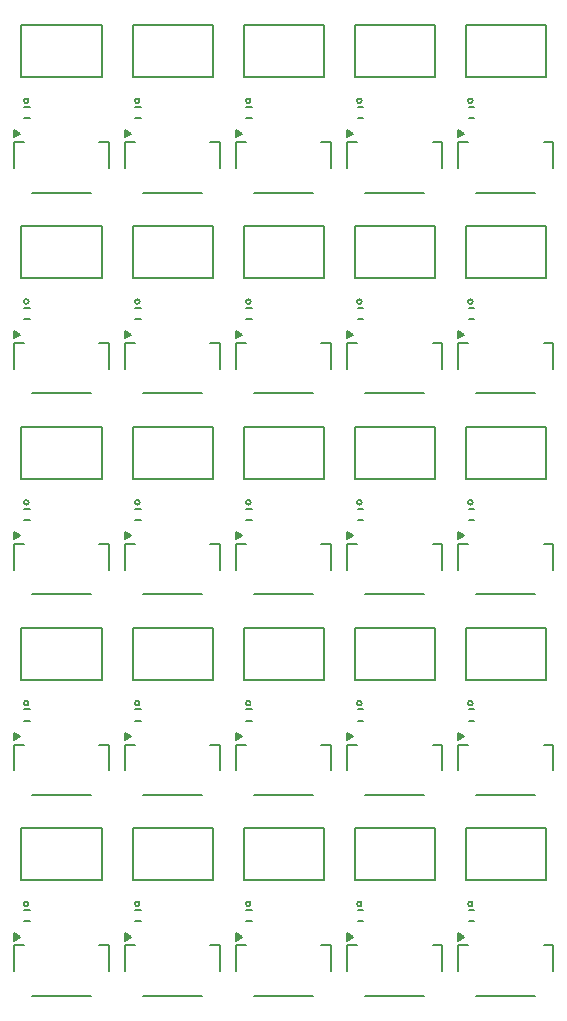
<source format=gbr>
G04 #@! TF.FileFunction,Legend,Top*
%FSLAX46Y46*%
G04 Gerber Fmt 4.6, Leading zero omitted, Abs format (unit mm)*
G04 Created by KiCad (PCBNEW 4.0.2+dfsg1-stable) date Mi 03 Jan 2018 18:02:16 CET*
%MOMM*%
G01*
G04 APERTURE LIST*
%ADD10C,0.100000*%
%ADD11C,0.203200*%
%ADD12C,0.150000*%
G04 APERTURE END LIST*
D10*
D11*
X139600000Y-125300000D02*
G75*
G03X139600000Y-125300000I-200000J0D01*
G01*
X139000000Y-123300000D02*
X145800000Y-123300000D01*
X145800000Y-123300000D02*
X145800000Y-118900000D01*
X145800000Y-118900000D02*
X139000000Y-118900000D01*
X139000000Y-118900000D02*
X139000000Y-123300000D01*
X130200000Y-125300000D02*
G75*
G03X130200000Y-125300000I-200000J0D01*
G01*
X129600000Y-123300000D02*
X136400000Y-123300000D01*
X136400000Y-123300000D02*
X136400000Y-118900000D01*
X136400000Y-118900000D02*
X129600000Y-118900000D01*
X129600000Y-118900000D02*
X129600000Y-123300000D01*
X120800000Y-125300000D02*
G75*
G03X120800000Y-125300000I-200000J0D01*
G01*
X120200000Y-123300000D02*
X127000000Y-123300000D01*
X127000000Y-123300000D02*
X127000000Y-118900000D01*
X127000000Y-118900000D02*
X120200000Y-118900000D01*
X120200000Y-118900000D02*
X120200000Y-123300000D01*
X111400000Y-125300000D02*
G75*
G03X111400000Y-125300000I-200000J0D01*
G01*
X110800000Y-123300000D02*
X117600000Y-123300000D01*
X117600000Y-123300000D02*
X117600000Y-118900000D01*
X117600000Y-118900000D02*
X110800000Y-118900000D01*
X110800000Y-118900000D02*
X110800000Y-123300000D01*
X102000000Y-125300000D02*
G75*
G03X102000000Y-125300000I-200000J0D01*
G01*
X101400000Y-123300000D02*
X108200000Y-123300000D01*
X108200000Y-123300000D02*
X108200000Y-118900000D01*
X108200000Y-118900000D02*
X101400000Y-118900000D01*
X101400000Y-118900000D02*
X101400000Y-123300000D01*
X139600000Y-108300000D02*
G75*
G03X139600000Y-108300000I-200000J0D01*
G01*
X139000000Y-106300000D02*
X145800000Y-106300000D01*
X145800000Y-106300000D02*
X145800000Y-101900000D01*
X145800000Y-101900000D02*
X139000000Y-101900000D01*
X139000000Y-101900000D02*
X139000000Y-106300000D01*
X130200000Y-108300000D02*
G75*
G03X130200000Y-108300000I-200000J0D01*
G01*
X129600000Y-106300000D02*
X136400000Y-106300000D01*
X136400000Y-106300000D02*
X136400000Y-101900000D01*
X136400000Y-101900000D02*
X129600000Y-101900000D01*
X129600000Y-101900000D02*
X129600000Y-106300000D01*
X120800000Y-108300000D02*
G75*
G03X120800000Y-108300000I-200000J0D01*
G01*
X120200000Y-106300000D02*
X127000000Y-106300000D01*
X127000000Y-106300000D02*
X127000000Y-101900000D01*
X127000000Y-101900000D02*
X120200000Y-101900000D01*
X120200000Y-101900000D02*
X120200000Y-106300000D01*
X111400000Y-108300000D02*
G75*
G03X111400000Y-108300000I-200000J0D01*
G01*
X110800000Y-106300000D02*
X117600000Y-106300000D01*
X117600000Y-106300000D02*
X117600000Y-101900000D01*
X117600000Y-101900000D02*
X110800000Y-101900000D01*
X110800000Y-101900000D02*
X110800000Y-106300000D01*
X102000000Y-108300000D02*
G75*
G03X102000000Y-108300000I-200000J0D01*
G01*
X101400000Y-106300000D02*
X108200000Y-106300000D01*
X108200000Y-106300000D02*
X108200000Y-101900000D01*
X108200000Y-101900000D02*
X101400000Y-101900000D01*
X101400000Y-101900000D02*
X101400000Y-106300000D01*
X139600000Y-91300000D02*
G75*
G03X139600000Y-91300000I-200000J0D01*
G01*
X139000000Y-89300000D02*
X145800000Y-89300000D01*
X145800000Y-89300000D02*
X145800000Y-84900000D01*
X145800000Y-84900000D02*
X139000000Y-84900000D01*
X139000000Y-84900000D02*
X139000000Y-89300000D01*
X130200000Y-91300000D02*
G75*
G03X130200000Y-91300000I-200000J0D01*
G01*
X129600000Y-89300000D02*
X136400000Y-89300000D01*
X136400000Y-89300000D02*
X136400000Y-84900000D01*
X136400000Y-84900000D02*
X129600000Y-84900000D01*
X129600000Y-84900000D02*
X129600000Y-89300000D01*
X120800000Y-91300000D02*
G75*
G03X120800000Y-91300000I-200000J0D01*
G01*
X120200000Y-89300000D02*
X127000000Y-89300000D01*
X127000000Y-89300000D02*
X127000000Y-84900000D01*
X127000000Y-84900000D02*
X120200000Y-84900000D01*
X120200000Y-84900000D02*
X120200000Y-89300000D01*
X111400000Y-91300000D02*
G75*
G03X111400000Y-91300000I-200000J0D01*
G01*
X110800000Y-89300000D02*
X117600000Y-89300000D01*
X117600000Y-89300000D02*
X117600000Y-84900000D01*
X117600000Y-84900000D02*
X110800000Y-84900000D01*
X110800000Y-84900000D02*
X110800000Y-89300000D01*
X102000000Y-91300000D02*
G75*
G03X102000000Y-91300000I-200000J0D01*
G01*
X101400000Y-89300000D02*
X108200000Y-89300000D01*
X108200000Y-89300000D02*
X108200000Y-84900000D01*
X108200000Y-84900000D02*
X101400000Y-84900000D01*
X101400000Y-84900000D02*
X101400000Y-89300000D01*
X139600000Y-74300000D02*
G75*
G03X139600000Y-74300000I-200000J0D01*
G01*
X139000000Y-72300000D02*
X145800000Y-72300000D01*
X145800000Y-72300000D02*
X145800000Y-67900000D01*
X145800000Y-67900000D02*
X139000000Y-67900000D01*
X139000000Y-67900000D02*
X139000000Y-72300000D01*
X130200000Y-74300000D02*
G75*
G03X130200000Y-74300000I-200000J0D01*
G01*
X129600000Y-72300000D02*
X136400000Y-72300000D01*
X136400000Y-72300000D02*
X136400000Y-67900000D01*
X136400000Y-67900000D02*
X129600000Y-67900000D01*
X129600000Y-67900000D02*
X129600000Y-72300000D01*
X120800000Y-74300000D02*
G75*
G03X120800000Y-74300000I-200000J0D01*
G01*
X120200000Y-72300000D02*
X127000000Y-72300000D01*
X127000000Y-72300000D02*
X127000000Y-67900000D01*
X127000000Y-67900000D02*
X120200000Y-67900000D01*
X120200000Y-67900000D02*
X120200000Y-72300000D01*
X111400000Y-74300000D02*
G75*
G03X111400000Y-74300000I-200000J0D01*
G01*
X110800000Y-72300000D02*
X117600000Y-72300000D01*
X117600000Y-72300000D02*
X117600000Y-67900000D01*
X117600000Y-67900000D02*
X110800000Y-67900000D01*
X110800000Y-67900000D02*
X110800000Y-72300000D01*
X102000000Y-74300000D02*
G75*
G03X102000000Y-74300000I-200000J0D01*
G01*
X101400000Y-72300000D02*
X108200000Y-72300000D01*
X108200000Y-72300000D02*
X108200000Y-67900000D01*
X108200000Y-67900000D02*
X101400000Y-67900000D01*
X101400000Y-67900000D02*
X101400000Y-72300000D01*
X139600000Y-57300000D02*
G75*
G03X139600000Y-57300000I-200000J0D01*
G01*
X139000000Y-55300000D02*
X145800000Y-55300000D01*
X145800000Y-55300000D02*
X145800000Y-50900000D01*
X145800000Y-50900000D02*
X139000000Y-50900000D01*
X139000000Y-50900000D02*
X139000000Y-55300000D01*
X130200000Y-57300000D02*
G75*
G03X130200000Y-57300000I-200000J0D01*
G01*
X129600000Y-55300000D02*
X136400000Y-55300000D01*
X136400000Y-55300000D02*
X136400000Y-50900000D01*
X136400000Y-50900000D02*
X129600000Y-50900000D01*
X129600000Y-50900000D02*
X129600000Y-55300000D01*
X120800000Y-57300000D02*
G75*
G03X120800000Y-57300000I-200000J0D01*
G01*
X120200000Y-55300000D02*
X127000000Y-55300000D01*
X127000000Y-55300000D02*
X127000000Y-50900000D01*
X127000000Y-50900000D02*
X120200000Y-50900000D01*
X120200000Y-50900000D02*
X120200000Y-55300000D01*
X111400000Y-57300000D02*
G75*
G03X111400000Y-57300000I-200000J0D01*
G01*
X110800000Y-55300000D02*
X117600000Y-55300000D01*
X117600000Y-55300000D02*
X117600000Y-50900000D01*
X117600000Y-50900000D02*
X110800000Y-50900000D01*
X110800000Y-50900000D02*
X110800000Y-55300000D01*
D12*
X139750000Y-125825000D02*
X139250000Y-125825000D01*
X139250000Y-126775000D02*
X139750000Y-126775000D01*
X130350000Y-125825000D02*
X129850000Y-125825000D01*
X129850000Y-126775000D02*
X130350000Y-126775000D01*
X120950000Y-125825000D02*
X120450000Y-125825000D01*
X120450000Y-126775000D02*
X120950000Y-126775000D01*
X111550000Y-125825000D02*
X111050000Y-125825000D01*
X111050000Y-126775000D02*
X111550000Y-126775000D01*
X102150000Y-125825000D02*
X101650000Y-125825000D01*
X101650000Y-126775000D02*
X102150000Y-126775000D01*
X139750000Y-108825000D02*
X139250000Y-108825000D01*
X139250000Y-109775000D02*
X139750000Y-109775000D01*
X130350000Y-108825000D02*
X129850000Y-108825000D01*
X129850000Y-109775000D02*
X130350000Y-109775000D01*
X120950000Y-108825000D02*
X120450000Y-108825000D01*
X120450000Y-109775000D02*
X120950000Y-109775000D01*
X111550000Y-108825000D02*
X111050000Y-108825000D01*
X111050000Y-109775000D02*
X111550000Y-109775000D01*
X102150000Y-108825000D02*
X101650000Y-108825000D01*
X101650000Y-109775000D02*
X102150000Y-109775000D01*
X139750000Y-91825000D02*
X139250000Y-91825000D01*
X139250000Y-92775000D02*
X139750000Y-92775000D01*
X130350000Y-91825000D02*
X129850000Y-91825000D01*
X129850000Y-92775000D02*
X130350000Y-92775000D01*
X120950000Y-91825000D02*
X120450000Y-91825000D01*
X120450000Y-92775000D02*
X120950000Y-92775000D01*
X111550000Y-91825000D02*
X111050000Y-91825000D01*
X111050000Y-92775000D02*
X111550000Y-92775000D01*
X102150000Y-91825000D02*
X101650000Y-91825000D01*
X101650000Y-92775000D02*
X102150000Y-92775000D01*
X139750000Y-74825000D02*
X139250000Y-74825000D01*
X139250000Y-75775000D02*
X139750000Y-75775000D01*
X130350000Y-74825000D02*
X129850000Y-74825000D01*
X129850000Y-75775000D02*
X130350000Y-75775000D01*
X120950000Y-74825000D02*
X120450000Y-74825000D01*
X120450000Y-75775000D02*
X120950000Y-75775000D01*
X111550000Y-74825000D02*
X111050000Y-74825000D01*
X111050000Y-75775000D02*
X111550000Y-75775000D01*
X102150000Y-74825000D02*
X101650000Y-74825000D01*
X101650000Y-75775000D02*
X102150000Y-75775000D01*
X139750000Y-57825000D02*
X139250000Y-57825000D01*
X139250000Y-58775000D02*
X139750000Y-58775000D01*
X130350000Y-57825000D02*
X129850000Y-57825000D01*
X129850000Y-58775000D02*
X130350000Y-58775000D01*
X120950000Y-57825000D02*
X120450000Y-57825000D01*
X120450000Y-58775000D02*
X120950000Y-58775000D01*
X111550000Y-57825000D02*
X111050000Y-57825000D01*
X111050000Y-58775000D02*
X111550000Y-58775000D01*
X138700000Y-128000000D02*
X138700000Y-128200000D01*
X138600000Y-128000000D02*
X138600000Y-128200000D01*
X138500000Y-127900000D02*
X138500000Y-128200000D01*
X138900000Y-128100000D02*
X138400000Y-128400000D01*
X138400000Y-127800000D02*
X138900000Y-128100000D01*
X138400000Y-127800000D02*
X138400000Y-128400000D01*
X138400000Y-128800000D02*
X139200000Y-128800000D01*
X138400000Y-131000000D02*
X138400000Y-128800000D01*
X139900000Y-133075000D02*
X144900000Y-133075000D01*
X146400000Y-131000000D02*
X146400000Y-128800000D01*
X145600000Y-128800000D02*
X146400000Y-128800000D01*
X129300000Y-128000000D02*
X129300000Y-128200000D01*
X129200000Y-128000000D02*
X129200000Y-128200000D01*
X129100000Y-127900000D02*
X129100000Y-128200000D01*
X129500000Y-128100000D02*
X129000000Y-128400000D01*
X129000000Y-127800000D02*
X129500000Y-128100000D01*
X129000000Y-127800000D02*
X129000000Y-128400000D01*
X129000000Y-128800000D02*
X129800000Y-128800000D01*
X129000000Y-131000000D02*
X129000000Y-128800000D01*
X130500000Y-133075000D02*
X135500000Y-133075000D01*
X137000000Y-131000000D02*
X137000000Y-128800000D01*
X136200000Y-128800000D02*
X137000000Y-128800000D01*
X119900000Y-128000000D02*
X119900000Y-128200000D01*
X119800000Y-128000000D02*
X119800000Y-128200000D01*
X119700000Y-127900000D02*
X119700000Y-128200000D01*
X120100000Y-128100000D02*
X119600000Y-128400000D01*
X119600000Y-127800000D02*
X120100000Y-128100000D01*
X119600000Y-127800000D02*
X119600000Y-128400000D01*
X119600000Y-128800000D02*
X120400000Y-128800000D01*
X119600000Y-131000000D02*
X119600000Y-128800000D01*
X121100000Y-133075000D02*
X126100000Y-133075000D01*
X127600000Y-131000000D02*
X127600000Y-128800000D01*
X126800000Y-128800000D02*
X127600000Y-128800000D01*
X110500000Y-128000000D02*
X110500000Y-128200000D01*
X110400000Y-128000000D02*
X110400000Y-128200000D01*
X110300000Y-127900000D02*
X110300000Y-128200000D01*
X110700000Y-128100000D02*
X110200000Y-128400000D01*
X110200000Y-127800000D02*
X110700000Y-128100000D01*
X110200000Y-127800000D02*
X110200000Y-128400000D01*
X110200000Y-128800000D02*
X111000000Y-128800000D01*
X110200000Y-131000000D02*
X110200000Y-128800000D01*
X111700000Y-133075000D02*
X116700000Y-133075000D01*
X118200000Y-131000000D02*
X118200000Y-128800000D01*
X117400000Y-128800000D02*
X118200000Y-128800000D01*
X101100000Y-128000000D02*
X101100000Y-128200000D01*
X101000000Y-128000000D02*
X101000000Y-128200000D01*
X100900000Y-127900000D02*
X100900000Y-128200000D01*
X101300000Y-128100000D02*
X100800000Y-128400000D01*
X100800000Y-127800000D02*
X101300000Y-128100000D01*
X100800000Y-127800000D02*
X100800000Y-128400000D01*
X100800000Y-128800000D02*
X101600000Y-128800000D01*
X100800000Y-131000000D02*
X100800000Y-128800000D01*
X102300000Y-133075000D02*
X107300000Y-133075000D01*
X108800000Y-131000000D02*
X108800000Y-128800000D01*
X108000000Y-128800000D02*
X108800000Y-128800000D01*
X138700000Y-111000000D02*
X138700000Y-111200000D01*
X138600000Y-111000000D02*
X138600000Y-111200000D01*
X138500000Y-110900000D02*
X138500000Y-111200000D01*
X138900000Y-111100000D02*
X138400000Y-111400000D01*
X138400000Y-110800000D02*
X138900000Y-111100000D01*
X138400000Y-110800000D02*
X138400000Y-111400000D01*
X138400000Y-111800000D02*
X139200000Y-111800000D01*
X138400000Y-114000000D02*
X138400000Y-111800000D01*
X139900000Y-116075000D02*
X144900000Y-116075000D01*
X146400000Y-114000000D02*
X146400000Y-111800000D01*
X145600000Y-111800000D02*
X146400000Y-111800000D01*
X129300000Y-111000000D02*
X129300000Y-111200000D01*
X129200000Y-111000000D02*
X129200000Y-111200000D01*
X129100000Y-110900000D02*
X129100000Y-111200000D01*
X129500000Y-111100000D02*
X129000000Y-111400000D01*
X129000000Y-110800000D02*
X129500000Y-111100000D01*
X129000000Y-110800000D02*
X129000000Y-111400000D01*
X129000000Y-111800000D02*
X129800000Y-111800000D01*
X129000000Y-114000000D02*
X129000000Y-111800000D01*
X130500000Y-116075000D02*
X135500000Y-116075000D01*
X137000000Y-114000000D02*
X137000000Y-111800000D01*
X136200000Y-111800000D02*
X137000000Y-111800000D01*
X119900000Y-111000000D02*
X119900000Y-111200000D01*
X119800000Y-111000000D02*
X119800000Y-111200000D01*
X119700000Y-110900000D02*
X119700000Y-111200000D01*
X120100000Y-111100000D02*
X119600000Y-111400000D01*
X119600000Y-110800000D02*
X120100000Y-111100000D01*
X119600000Y-110800000D02*
X119600000Y-111400000D01*
X119600000Y-111800000D02*
X120400000Y-111800000D01*
X119600000Y-114000000D02*
X119600000Y-111800000D01*
X121100000Y-116075000D02*
X126100000Y-116075000D01*
X127600000Y-114000000D02*
X127600000Y-111800000D01*
X126800000Y-111800000D02*
X127600000Y-111800000D01*
X110500000Y-111000000D02*
X110500000Y-111200000D01*
X110400000Y-111000000D02*
X110400000Y-111200000D01*
X110300000Y-110900000D02*
X110300000Y-111200000D01*
X110700000Y-111100000D02*
X110200000Y-111400000D01*
X110200000Y-110800000D02*
X110700000Y-111100000D01*
X110200000Y-110800000D02*
X110200000Y-111400000D01*
X110200000Y-111800000D02*
X111000000Y-111800000D01*
X110200000Y-114000000D02*
X110200000Y-111800000D01*
X111700000Y-116075000D02*
X116700000Y-116075000D01*
X118200000Y-114000000D02*
X118200000Y-111800000D01*
X117400000Y-111800000D02*
X118200000Y-111800000D01*
X101100000Y-111000000D02*
X101100000Y-111200000D01*
X101000000Y-111000000D02*
X101000000Y-111200000D01*
X100900000Y-110900000D02*
X100900000Y-111200000D01*
X101300000Y-111100000D02*
X100800000Y-111400000D01*
X100800000Y-110800000D02*
X101300000Y-111100000D01*
X100800000Y-110800000D02*
X100800000Y-111400000D01*
X100800000Y-111800000D02*
X101600000Y-111800000D01*
X100800000Y-114000000D02*
X100800000Y-111800000D01*
X102300000Y-116075000D02*
X107300000Y-116075000D01*
X108800000Y-114000000D02*
X108800000Y-111800000D01*
X108000000Y-111800000D02*
X108800000Y-111800000D01*
X138700000Y-94000000D02*
X138700000Y-94200000D01*
X138600000Y-94000000D02*
X138600000Y-94200000D01*
X138500000Y-93900000D02*
X138500000Y-94200000D01*
X138900000Y-94100000D02*
X138400000Y-94400000D01*
X138400000Y-93800000D02*
X138900000Y-94100000D01*
X138400000Y-93800000D02*
X138400000Y-94400000D01*
X138400000Y-94800000D02*
X139200000Y-94800000D01*
X138400000Y-97000000D02*
X138400000Y-94800000D01*
X139900000Y-99075000D02*
X144900000Y-99075000D01*
X146400000Y-97000000D02*
X146400000Y-94800000D01*
X145600000Y-94800000D02*
X146400000Y-94800000D01*
X129300000Y-94000000D02*
X129300000Y-94200000D01*
X129200000Y-94000000D02*
X129200000Y-94200000D01*
X129100000Y-93900000D02*
X129100000Y-94200000D01*
X129500000Y-94100000D02*
X129000000Y-94400000D01*
X129000000Y-93800000D02*
X129500000Y-94100000D01*
X129000000Y-93800000D02*
X129000000Y-94400000D01*
X129000000Y-94800000D02*
X129800000Y-94800000D01*
X129000000Y-97000000D02*
X129000000Y-94800000D01*
X130500000Y-99075000D02*
X135500000Y-99075000D01*
X137000000Y-97000000D02*
X137000000Y-94800000D01*
X136200000Y-94800000D02*
X137000000Y-94800000D01*
X119900000Y-94000000D02*
X119900000Y-94200000D01*
X119800000Y-94000000D02*
X119800000Y-94200000D01*
X119700000Y-93900000D02*
X119700000Y-94200000D01*
X120100000Y-94100000D02*
X119600000Y-94400000D01*
X119600000Y-93800000D02*
X120100000Y-94100000D01*
X119600000Y-93800000D02*
X119600000Y-94400000D01*
X119600000Y-94800000D02*
X120400000Y-94800000D01*
X119600000Y-97000000D02*
X119600000Y-94800000D01*
X121100000Y-99075000D02*
X126100000Y-99075000D01*
X127600000Y-97000000D02*
X127600000Y-94800000D01*
X126800000Y-94800000D02*
X127600000Y-94800000D01*
X110500000Y-94000000D02*
X110500000Y-94200000D01*
X110400000Y-94000000D02*
X110400000Y-94200000D01*
X110300000Y-93900000D02*
X110300000Y-94200000D01*
X110700000Y-94100000D02*
X110200000Y-94400000D01*
X110200000Y-93800000D02*
X110700000Y-94100000D01*
X110200000Y-93800000D02*
X110200000Y-94400000D01*
X110200000Y-94800000D02*
X111000000Y-94800000D01*
X110200000Y-97000000D02*
X110200000Y-94800000D01*
X111700000Y-99075000D02*
X116700000Y-99075000D01*
X118200000Y-97000000D02*
X118200000Y-94800000D01*
X117400000Y-94800000D02*
X118200000Y-94800000D01*
X101100000Y-94000000D02*
X101100000Y-94200000D01*
X101000000Y-94000000D02*
X101000000Y-94200000D01*
X100900000Y-93900000D02*
X100900000Y-94200000D01*
X101300000Y-94100000D02*
X100800000Y-94400000D01*
X100800000Y-93800000D02*
X101300000Y-94100000D01*
X100800000Y-93800000D02*
X100800000Y-94400000D01*
X100800000Y-94800000D02*
X101600000Y-94800000D01*
X100800000Y-97000000D02*
X100800000Y-94800000D01*
X102300000Y-99075000D02*
X107300000Y-99075000D01*
X108800000Y-97000000D02*
X108800000Y-94800000D01*
X108000000Y-94800000D02*
X108800000Y-94800000D01*
X138700000Y-77000000D02*
X138700000Y-77200000D01*
X138600000Y-77000000D02*
X138600000Y-77200000D01*
X138500000Y-76900000D02*
X138500000Y-77200000D01*
X138900000Y-77100000D02*
X138400000Y-77400000D01*
X138400000Y-76800000D02*
X138900000Y-77100000D01*
X138400000Y-76800000D02*
X138400000Y-77400000D01*
X138400000Y-77800000D02*
X139200000Y-77800000D01*
X138400000Y-80000000D02*
X138400000Y-77800000D01*
X139900000Y-82075000D02*
X144900000Y-82075000D01*
X146400000Y-80000000D02*
X146400000Y-77800000D01*
X145600000Y-77800000D02*
X146400000Y-77800000D01*
X129300000Y-77000000D02*
X129300000Y-77200000D01*
X129200000Y-77000000D02*
X129200000Y-77200000D01*
X129100000Y-76900000D02*
X129100000Y-77200000D01*
X129500000Y-77100000D02*
X129000000Y-77400000D01*
X129000000Y-76800000D02*
X129500000Y-77100000D01*
X129000000Y-76800000D02*
X129000000Y-77400000D01*
X129000000Y-77800000D02*
X129800000Y-77800000D01*
X129000000Y-80000000D02*
X129000000Y-77800000D01*
X130500000Y-82075000D02*
X135500000Y-82075000D01*
X137000000Y-80000000D02*
X137000000Y-77800000D01*
X136200000Y-77800000D02*
X137000000Y-77800000D01*
X119900000Y-77000000D02*
X119900000Y-77200000D01*
X119800000Y-77000000D02*
X119800000Y-77200000D01*
X119700000Y-76900000D02*
X119700000Y-77200000D01*
X120100000Y-77100000D02*
X119600000Y-77400000D01*
X119600000Y-76800000D02*
X120100000Y-77100000D01*
X119600000Y-76800000D02*
X119600000Y-77400000D01*
X119600000Y-77800000D02*
X120400000Y-77800000D01*
X119600000Y-80000000D02*
X119600000Y-77800000D01*
X121100000Y-82075000D02*
X126100000Y-82075000D01*
X127600000Y-80000000D02*
X127600000Y-77800000D01*
X126800000Y-77800000D02*
X127600000Y-77800000D01*
X110500000Y-77000000D02*
X110500000Y-77200000D01*
X110400000Y-77000000D02*
X110400000Y-77200000D01*
X110300000Y-76900000D02*
X110300000Y-77200000D01*
X110700000Y-77100000D02*
X110200000Y-77400000D01*
X110200000Y-76800000D02*
X110700000Y-77100000D01*
X110200000Y-76800000D02*
X110200000Y-77400000D01*
X110200000Y-77800000D02*
X111000000Y-77800000D01*
X110200000Y-80000000D02*
X110200000Y-77800000D01*
X111700000Y-82075000D02*
X116700000Y-82075000D01*
X118200000Y-80000000D02*
X118200000Y-77800000D01*
X117400000Y-77800000D02*
X118200000Y-77800000D01*
X101100000Y-77000000D02*
X101100000Y-77200000D01*
X101000000Y-77000000D02*
X101000000Y-77200000D01*
X100900000Y-76900000D02*
X100900000Y-77200000D01*
X101300000Y-77100000D02*
X100800000Y-77400000D01*
X100800000Y-76800000D02*
X101300000Y-77100000D01*
X100800000Y-76800000D02*
X100800000Y-77400000D01*
X100800000Y-77800000D02*
X101600000Y-77800000D01*
X100800000Y-80000000D02*
X100800000Y-77800000D01*
X102300000Y-82075000D02*
X107300000Y-82075000D01*
X108800000Y-80000000D02*
X108800000Y-77800000D01*
X108000000Y-77800000D02*
X108800000Y-77800000D01*
X138700000Y-60000000D02*
X138700000Y-60200000D01*
X138600000Y-60000000D02*
X138600000Y-60200000D01*
X138500000Y-59900000D02*
X138500000Y-60200000D01*
X138900000Y-60100000D02*
X138400000Y-60400000D01*
X138400000Y-59800000D02*
X138900000Y-60100000D01*
X138400000Y-59800000D02*
X138400000Y-60400000D01*
X138400000Y-60800000D02*
X139200000Y-60800000D01*
X138400000Y-63000000D02*
X138400000Y-60800000D01*
X139900000Y-65075000D02*
X144900000Y-65075000D01*
X146400000Y-63000000D02*
X146400000Y-60800000D01*
X145600000Y-60800000D02*
X146400000Y-60800000D01*
X129300000Y-60000000D02*
X129300000Y-60200000D01*
X129200000Y-60000000D02*
X129200000Y-60200000D01*
X129100000Y-59900000D02*
X129100000Y-60200000D01*
X129500000Y-60100000D02*
X129000000Y-60400000D01*
X129000000Y-59800000D02*
X129500000Y-60100000D01*
X129000000Y-59800000D02*
X129000000Y-60400000D01*
X129000000Y-60800000D02*
X129800000Y-60800000D01*
X129000000Y-63000000D02*
X129000000Y-60800000D01*
X130500000Y-65075000D02*
X135500000Y-65075000D01*
X137000000Y-63000000D02*
X137000000Y-60800000D01*
X136200000Y-60800000D02*
X137000000Y-60800000D01*
X119900000Y-60000000D02*
X119900000Y-60200000D01*
X119800000Y-60000000D02*
X119800000Y-60200000D01*
X119700000Y-59900000D02*
X119700000Y-60200000D01*
X120100000Y-60100000D02*
X119600000Y-60400000D01*
X119600000Y-59800000D02*
X120100000Y-60100000D01*
X119600000Y-59800000D02*
X119600000Y-60400000D01*
X119600000Y-60800000D02*
X120400000Y-60800000D01*
X119600000Y-63000000D02*
X119600000Y-60800000D01*
X121100000Y-65075000D02*
X126100000Y-65075000D01*
X127600000Y-63000000D02*
X127600000Y-60800000D01*
X126800000Y-60800000D02*
X127600000Y-60800000D01*
X110500000Y-60000000D02*
X110500000Y-60200000D01*
X110400000Y-60000000D02*
X110400000Y-60200000D01*
X110300000Y-59900000D02*
X110300000Y-60200000D01*
X110700000Y-60100000D02*
X110200000Y-60400000D01*
X110200000Y-59800000D02*
X110700000Y-60100000D01*
X110200000Y-59800000D02*
X110200000Y-60400000D01*
X110200000Y-60800000D02*
X111000000Y-60800000D01*
X110200000Y-63000000D02*
X110200000Y-60800000D01*
X111700000Y-65075000D02*
X116700000Y-65075000D01*
X118200000Y-63000000D02*
X118200000Y-60800000D01*
X117400000Y-60800000D02*
X118200000Y-60800000D01*
D11*
X102000000Y-57300000D02*
G75*
G03X102000000Y-57300000I-200000J0D01*
G01*
X101400000Y-55300000D02*
X108200000Y-55300000D01*
X108200000Y-55300000D02*
X108200000Y-50900000D01*
X108200000Y-50900000D02*
X101400000Y-50900000D01*
X101400000Y-50900000D02*
X101400000Y-55300000D01*
D12*
X102150000Y-57825000D02*
X101650000Y-57825000D01*
X101650000Y-58775000D02*
X102150000Y-58775000D01*
X101100000Y-60000000D02*
X101100000Y-60200000D01*
X101000000Y-60000000D02*
X101000000Y-60200000D01*
X100900000Y-59900000D02*
X100900000Y-60200000D01*
X101300000Y-60100000D02*
X100800000Y-60400000D01*
X100800000Y-59800000D02*
X101300000Y-60100000D01*
X100800000Y-59800000D02*
X100800000Y-60400000D01*
X100800000Y-60800000D02*
X101600000Y-60800000D01*
X100800000Y-63000000D02*
X100800000Y-60800000D01*
X102300000Y-65075000D02*
X107300000Y-65075000D01*
X108800000Y-63000000D02*
X108800000Y-60800000D01*
X108000000Y-60800000D02*
X108800000Y-60800000D01*
M02*

</source>
